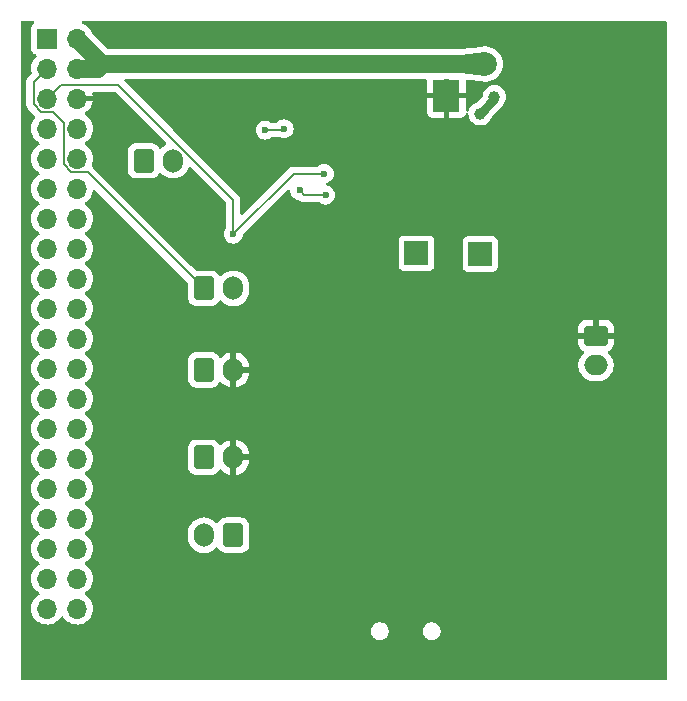
<source format=gbl>
%TF.GenerationSoftware,KiCad,Pcbnew,8.0.1*%
%TF.CreationDate,2024-04-11T19:27:17-06:00*%
%TF.ProjectId,ECE Altitude Project,45434520-416c-4746-9974-756465205072,rev?*%
%TF.SameCoordinates,Original*%
%TF.FileFunction,Copper,L2,Bot*%
%TF.FilePolarity,Positive*%
%FSLAX46Y46*%
G04 Gerber Fmt 4.6, Leading zero omitted, Abs format (unit mm)*
G04 Created by KiCad (PCBNEW 8.0.1) date 2024-04-11 19:27:17*
%MOMM*%
%LPD*%
G01*
G04 APERTURE LIST*
G04 Aperture macros list*
%AMRoundRect*
0 Rectangle with rounded corners*
0 $1 Rounding radius*
0 $2 $3 $4 $5 $6 $7 $8 $9 X,Y pos of 4 corners*
0 Add a 4 corners polygon primitive as box body*
4,1,4,$2,$3,$4,$5,$6,$7,$8,$9,$2,$3,0*
0 Add four circle primitives for the rounded corners*
1,1,$1+$1,$2,$3*
1,1,$1+$1,$4,$5*
1,1,$1+$1,$6,$7*
1,1,$1+$1,$8,$9*
0 Add four rect primitives between the rounded corners*
20,1,$1+$1,$2,$3,$4,$5,0*
20,1,$1+$1,$4,$5,$6,$7,0*
20,1,$1+$1,$6,$7,$8,$9,0*
20,1,$1+$1,$8,$9,$2,$3,0*%
G04 Aperture macros list end*
%TA.AperFunction,ComponentPad*%
%ADD10C,0.600000*%
%TD*%
%TA.AperFunction,SMDPad,CuDef*%
%ADD11R,2.300000X2.800000*%
%TD*%
%TA.AperFunction,ComponentPad*%
%ADD12R,2.000000X2.000000*%
%TD*%
%TA.AperFunction,ComponentPad*%
%ADD13RoundRect,0.250000X-0.750000X0.600000X-0.750000X-0.600000X0.750000X-0.600000X0.750000X0.600000X0*%
%TD*%
%TA.AperFunction,ComponentPad*%
%ADD14O,2.000000X1.700000*%
%TD*%
%TA.AperFunction,ComponentPad*%
%ADD15RoundRect,0.250000X0.600000X0.750000X-0.600000X0.750000X-0.600000X-0.750000X0.600000X-0.750000X0*%
%TD*%
%TA.AperFunction,ComponentPad*%
%ADD16O,1.700000X2.000000*%
%TD*%
%TA.AperFunction,ComponentPad*%
%ADD17RoundRect,0.250000X-0.600000X-0.750000X0.600000X-0.750000X0.600000X0.750000X-0.600000X0.750000X0*%
%TD*%
%TA.AperFunction,ComponentPad*%
%ADD18R,1.700000X1.700000*%
%TD*%
%TA.AperFunction,ComponentPad*%
%ADD19O,1.700000X1.700000*%
%TD*%
%TA.AperFunction,ViaPad*%
%ADD20C,2.000000*%
%TD*%
%TA.AperFunction,ViaPad*%
%ADD21C,0.600000*%
%TD*%
%TA.AperFunction,ViaPad*%
%ADD22C,1.000000*%
%TD*%
%TA.AperFunction,Conductor*%
%ADD23C,1.500000*%
%TD*%
%TA.AperFunction,Conductor*%
%ADD24C,0.200000*%
%TD*%
%TA.AperFunction,Conductor*%
%ADD25C,0.750000*%
%TD*%
G04 APERTURE END LIST*
D10*
%TO.P,U2,11,PAD*%
%TO.N,GND*%
X117440000Y-71926544D03*
X117440000Y-73426544D03*
X117940000Y-72676544D03*
D11*
X117940000Y-72676544D03*
D10*
X118440000Y-71926544D03*
X118440000Y-73426544D03*
%TD*%
D12*
%TO.P,J9,1,Pin_1*%
%TO.N,/BATT_IN_2*%
X120800000Y-86100000D03*
%TD*%
D13*
%TO.P,J7,1,Pin_1*%
%TO.N,GND*%
X130600000Y-93000000D03*
D14*
%TO.P,J7,2,Pin_2*%
%TO.N,/BATT_IN_2*%
X130600000Y-95500000D03*
%TD*%
D15*
%TO.P,J8,1,Pin_1*%
%TO.N,/SEL1*%
X99900000Y-109900000D03*
D16*
%TO.P,J8,2,Pin_2*%
%TO.N,/SEL2*%
X97400000Y-109900000D03*
%TD*%
D12*
%TO.P,J10,1,Pin_1*%
%TO.N,/BATT_IN_1*%
X115400000Y-86034044D03*
%TD*%
D17*
%TO.P,J5,1,Pin_1*%
%TO.N,VCC*%
X97400000Y-103300000D03*
D16*
%TO.P,J5,2,Pin_2*%
%TO.N,GND*%
X99900000Y-103300000D03*
%TD*%
D17*
%TO.P,J1,1,Pin_1*%
%TO.N,VCC*%
X97400000Y-95900000D03*
D16*
%TO.P,J1,2,Pin_2*%
%TO.N,GND*%
X99900000Y-95900000D03*
%TD*%
D17*
%TO.P,J3,1,Pin_1*%
%TO.N,/TXD*%
X92300000Y-78200000D03*
D16*
%TO.P,J3,2,Pin_2*%
%TO.N,/RXD*%
X94800000Y-78200000D03*
%TD*%
D17*
%TO.P,J4,1,Pin_1*%
%TO.N,/SDI{slash}SDA*%
X97400000Y-89000000D03*
D16*
%TO.P,J4,2,Pin_2*%
%TO.N,/SCK{slash}SCL*%
X99900000Y-89000000D03*
%TD*%
D18*
%TO.P,J2,1,Pin_1*%
%TO.N,3.3V*%
X84125000Y-67850000D03*
D19*
%TO.P,J2,2,Pin_2*%
%TO.N,5V*%
X86665000Y-67850000D03*
%TO.P,J2,3,Pin_3*%
%TO.N,/SDI{slash}SDA*%
X84125000Y-70390000D03*
%TO.P,J2,4,Pin_4*%
%TO.N,5V*%
X86665000Y-70390000D03*
%TO.P,J2,5,Pin_5*%
%TO.N,/SCK{slash}SCL*%
X84125000Y-72930000D03*
%TO.P,J2,6,Pin_6*%
%TO.N,GND*%
X86665000Y-72930000D03*
%TO.P,J2,7,Pin_7*%
%TO.N,unconnected-(J2-Pin_7-Pad7)*%
X84125000Y-75470000D03*
%TO.P,J2,8,Pin_8*%
%TO.N,/TXD*%
X86665000Y-75470000D03*
%TO.P,J2,9,Pin_9*%
%TO.N,unconnected-(J2-Pin_9-Pad9)*%
X84125000Y-78010000D03*
%TO.P,J2,10,Pin_10*%
%TO.N,/RXD*%
X86665000Y-78010000D03*
%TO.P,J2,11,Pin_11*%
%TO.N,unconnected-(J2-Pin_11-Pad11)*%
X84125000Y-80550000D03*
%TO.P,J2,12,Pin_12*%
%TO.N,unconnected-(J2-Pin_12-Pad12)*%
X86665000Y-80550000D03*
%TO.P,J2,13,Pin_13*%
%TO.N,unconnected-(J2-Pin_13-Pad13)*%
X84125000Y-83090000D03*
%TO.P,J2,14,Pin_14*%
%TO.N,unconnected-(J2-Pin_14-Pad14)*%
X86665000Y-83090000D03*
%TO.P,J2,15,Pin_15*%
%TO.N,unconnected-(J2-Pin_15-Pad15)*%
X84125000Y-85630000D03*
%TO.P,J2,16,Pin_16*%
%TO.N,/SEL1*%
X86665000Y-85630000D03*
%TO.P,J2,17,Pin_17*%
%TO.N,VCC*%
X84125000Y-88170000D03*
%TO.P,J2,18,Pin_18*%
%TO.N,/SEL2*%
X86665000Y-88170000D03*
%TO.P,J2,19,Pin_19*%
%TO.N,unconnected-(J2-Pin_19-Pad19)*%
X84125000Y-90710000D03*
%TO.P,J2,20,Pin_20*%
%TO.N,unconnected-(J2-Pin_20-Pad20)*%
X86665000Y-90710000D03*
%TO.P,J2,21,Pin_21*%
%TO.N,unconnected-(J2-Pin_21-Pad21)*%
X84125000Y-93250000D03*
%TO.P,J2,22,Pin_22*%
%TO.N,unconnected-(J2-Pin_22-Pad22)*%
X86665000Y-93250000D03*
%TO.P,J2,23,Pin_23*%
%TO.N,unconnected-(J2-Pin_23-Pad23)*%
X84125000Y-95790000D03*
%TO.P,J2,24,Pin_24*%
%TO.N,unconnected-(J2-Pin_24-Pad24)*%
X86665000Y-95790000D03*
%TO.P,J2,25,Pin_25*%
%TO.N,unconnected-(J2-Pin_25-Pad25)*%
X84125000Y-98330000D03*
%TO.P,J2,26,Pin_26*%
%TO.N,unconnected-(J2-Pin_26-Pad26)*%
X86665000Y-98330000D03*
%TO.P,J2,27,Pin_27*%
%TO.N,unconnected-(J2-Pin_27-Pad27)*%
X84125000Y-100870000D03*
%TO.P,J2,28,Pin_28*%
%TO.N,unconnected-(J2-Pin_28-Pad28)*%
X86665000Y-100870000D03*
%TO.P,J2,29,Pin_29*%
%TO.N,unconnected-(J2-Pin_29-Pad29)*%
X84125000Y-103410000D03*
%TO.P,J2,30,Pin_30*%
%TO.N,unconnected-(J2-Pin_30-Pad30)*%
X86665000Y-103410000D03*
%TO.P,J2,31,Pin_31*%
%TO.N,unconnected-(J2-Pin_31-Pad31)*%
X84125000Y-105950000D03*
%TO.P,J2,32,Pin_32*%
%TO.N,unconnected-(J2-Pin_32-Pad32)*%
X86665000Y-105950000D03*
%TO.P,J2,33,Pin_33*%
%TO.N,unconnected-(J2-Pin_33-Pad33)*%
X84125000Y-108490000D03*
%TO.P,J2,34,Pin_34*%
%TO.N,unconnected-(J2-Pin_34-Pad34)*%
X86665000Y-108490000D03*
%TO.P,J2,35,Pin_35*%
%TO.N,unconnected-(J2-Pin_35-Pad35)*%
X84125000Y-111030000D03*
%TO.P,J2,36,Pin_36*%
%TO.N,unconnected-(J2-Pin_36-Pad36)*%
X86665000Y-111030000D03*
%TO.P,J2,37,Pin_37*%
%TO.N,unconnected-(J2-Pin_37-Pad37)*%
X84125000Y-113570000D03*
%TO.P,J2,38,Pin_38*%
%TO.N,unconnected-(J2-Pin_38-Pad38)*%
X86665000Y-113570000D03*
%TO.P,J2,39,Pin_39*%
%TO.N,unconnected-(J2-Pin_39-Pad39)*%
X84125000Y-116110000D03*
%TO.P,J2,40,Pin_40*%
%TO.N,unconnected-(J2-Pin_40-Pad40)*%
X86665000Y-116110000D03*
%TD*%
D20*
%TO.N,5V*%
X121200000Y-70000000D03*
D21*
X115200000Y-70000000D03*
%TO.N,/SCK{slash}SCL*%
X107600000Y-79300000D03*
X99900000Y-84400000D03*
%TO.N,3.3V*%
X104200000Y-75500000D03*
X102600000Y-75600000D03*
%TO.N,/SCK_3V*%
X105500000Y-80700000D03*
X107700000Y-81100000D03*
D22*
%TO.N,/BATT_IN_1*%
X120800000Y-74200000D03*
X122000000Y-72791544D03*
%TD*%
D23*
%TO.N,5V*%
X88425000Y-70390000D02*
X88815000Y-70000000D01*
X88815000Y-70000000D02*
X86665000Y-67850000D01*
X86665000Y-70390000D02*
X88425000Y-70390000D01*
X115200000Y-70000000D02*
X88815000Y-70000000D01*
X121200000Y-70000000D02*
X115200000Y-70000000D01*
D24*
%TO.N,/SDI{slash}SDA*%
X84601346Y-74080000D02*
X85515000Y-74993654D01*
X82975000Y-71540000D02*
X82975000Y-73406346D01*
X85515000Y-74993654D02*
X85515000Y-78486346D01*
X87560000Y-79160000D02*
X97400000Y-89000000D01*
X86188654Y-79160000D02*
X87560000Y-79160000D01*
X83648654Y-74080000D02*
X84601346Y-74080000D01*
X84125000Y-70390000D02*
X82975000Y-71540000D01*
X85515000Y-78486346D02*
X86188654Y-79160000D01*
X82975000Y-73406346D02*
X83648654Y-74080000D01*
%TO.N,/SCK{slash}SCL*%
X90156346Y-71780000D02*
X85275000Y-71780000D01*
X105000000Y-79300000D02*
X99900000Y-84400000D01*
X99900000Y-81523654D02*
X90156346Y-71780000D01*
X85275000Y-71780000D02*
X84125000Y-72930000D01*
X107600000Y-79300000D02*
X105000000Y-79300000D01*
X99900000Y-84400000D02*
X99900000Y-81523654D01*
%TO.N,3.3V*%
X104200000Y-75500000D02*
X104100000Y-75600000D01*
X104100000Y-75600000D02*
X102600000Y-75600000D01*
%TO.N,/SCK_3V*%
X105900000Y-81100000D02*
X107700000Y-81100000D01*
X105500000Y-80700000D02*
X105900000Y-81100000D01*
D25*
%TO.N,/BATT_IN_1*%
X122000000Y-72791544D02*
X122000000Y-73000000D01*
X122000000Y-73000000D02*
X120800000Y-74200000D01*
%TD*%
%TA.AperFunction,Conductor*%
%TO.N,GND*%
G36*
X83001936Y-66370185D02*
G01*
X83047691Y-66422989D01*
X83057635Y-66492147D01*
X83028610Y-66555703D01*
X83009208Y-66573766D01*
X82917455Y-66642452D01*
X82917452Y-66642455D01*
X82831206Y-66757664D01*
X82831202Y-66757671D01*
X82780908Y-66892517D01*
X82774501Y-66952116D01*
X82774500Y-66952135D01*
X82774500Y-68747870D01*
X82774501Y-68747876D01*
X82780908Y-68807483D01*
X82831202Y-68942328D01*
X82831206Y-68942335D01*
X82917452Y-69057544D01*
X82917455Y-69057547D01*
X83032664Y-69143793D01*
X83032671Y-69143797D01*
X83164081Y-69192810D01*
X83220015Y-69234681D01*
X83244432Y-69300145D01*
X83229580Y-69368418D01*
X83208430Y-69396673D01*
X83086503Y-69518600D01*
X82950965Y-69712169D01*
X82950964Y-69712171D01*
X82851098Y-69926335D01*
X82851094Y-69926344D01*
X82789938Y-70154586D01*
X82789936Y-70154596D01*
X82769341Y-70389999D01*
X82769341Y-70390000D01*
X82789936Y-70625403D01*
X82789938Y-70625413D01*
X82824327Y-70753756D01*
X82822664Y-70823606D01*
X82792233Y-70873530D01*
X82606286Y-71059478D01*
X82494481Y-71171282D01*
X82494479Y-71171284D01*
X82474538Y-71205823D01*
X82466110Y-71220423D01*
X82415423Y-71308215D01*
X82374499Y-71460943D01*
X82374499Y-71460945D01*
X82374499Y-71629046D01*
X82374500Y-71629059D01*
X82374500Y-73319676D01*
X82374499Y-73319694D01*
X82374499Y-73485402D01*
X82407303Y-73607830D01*
X82415423Y-73638131D01*
X82417349Y-73641467D01*
X82417591Y-73641885D01*
X82417596Y-73641904D01*
X82417600Y-73641902D01*
X82494475Y-73775055D01*
X82494481Y-73775063D01*
X82613349Y-73893931D01*
X82613355Y-73893936D01*
X83114579Y-74395160D01*
X83148064Y-74456483D01*
X83143080Y-74526175D01*
X83114582Y-74570519D01*
X83086506Y-74598596D01*
X82950965Y-74792169D01*
X82950964Y-74792171D01*
X82851098Y-75006335D01*
X82851094Y-75006344D01*
X82789938Y-75234586D01*
X82789936Y-75234596D01*
X82769341Y-75469999D01*
X82769341Y-75470000D01*
X82789936Y-75705403D01*
X82789938Y-75705413D01*
X82851094Y-75933655D01*
X82851096Y-75933659D01*
X82851097Y-75933663D01*
X82929716Y-76102262D01*
X82950965Y-76147830D01*
X82950967Y-76147834D01*
X83086501Y-76341395D01*
X83086506Y-76341402D01*
X83253597Y-76508493D01*
X83253603Y-76508498D01*
X83439158Y-76638425D01*
X83482783Y-76693002D01*
X83489977Y-76762500D01*
X83458454Y-76824855D01*
X83439158Y-76841575D01*
X83253597Y-76971505D01*
X83086505Y-77138597D01*
X82950965Y-77332169D01*
X82950964Y-77332171D01*
X82851098Y-77546335D01*
X82851094Y-77546344D01*
X82789938Y-77774586D01*
X82789936Y-77774596D01*
X82769341Y-78009999D01*
X82769341Y-78010000D01*
X82789936Y-78245403D01*
X82789938Y-78245413D01*
X82851094Y-78473655D01*
X82851096Y-78473659D01*
X82851097Y-78473663D01*
X82950965Y-78687830D01*
X82950967Y-78687834D01*
X83086501Y-78881395D01*
X83086506Y-78881402D01*
X83253597Y-79048493D01*
X83253603Y-79048498D01*
X83439158Y-79178425D01*
X83482783Y-79233002D01*
X83489977Y-79302500D01*
X83458454Y-79364855D01*
X83439158Y-79381575D01*
X83253597Y-79511505D01*
X83086505Y-79678597D01*
X82950965Y-79872169D01*
X82950964Y-79872171D01*
X82851098Y-80086335D01*
X82851094Y-80086344D01*
X82789938Y-80314586D01*
X82789936Y-80314596D01*
X82769341Y-80549999D01*
X82769341Y-80550000D01*
X82789936Y-80785403D01*
X82789938Y-80785413D01*
X82851094Y-81013655D01*
X82851096Y-81013659D01*
X82851097Y-81013663D01*
X82867819Y-81049523D01*
X82950965Y-81227830D01*
X82950967Y-81227834D01*
X83022376Y-81329816D01*
X83086501Y-81421396D01*
X83086506Y-81421402D01*
X83253597Y-81588493D01*
X83253603Y-81588498D01*
X83439158Y-81718425D01*
X83482783Y-81773002D01*
X83489977Y-81842500D01*
X83458454Y-81904855D01*
X83439158Y-81921575D01*
X83253597Y-82051505D01*
X83086505Y-82218597D01*
X82950965Y-82412169D01*
X82950964Y-82412171D01*
X82851098Y-82626335D01*
X82851094Y-82626344D01*
X82789938Y-82854586D01*
X82789936Y-82854596D01*
X82769341Y-83089999D01*
X82769341Y-83090000D01*
X82789936Y-83325403D01*
X82789938Y-83325413D01*
X82851094Y-83553655D01*
X82851096Y-83553659D01*
X82851097Y-83553663D01*
X82855000Y-83562032D01*
X82950965Y-83767830D01*
X82950967Y-83767834D01*
X83039938Y-83894896D01*
X83086501Y-83961396D01*
X83086506Y-83961402D01*
X83253597Y-84128493D01*
X83253603Y-84128498D01*
X83439158Y-84258425D01*
X83482783Y-84313002D01*
X83489977Y-84382500D01*
X83458454Y-84444855D01*
X83439158Y-84461575D01*
X83253597Y-84591505D01*
X83086505Y-84758597D01*
X82950965Y-84952169D01*
X82950964Y-84952171D01*
X82851098Y-85166335D01*
X82851094Y-85166344D01*
X82789938Y-85394586D01*
X82789936Y-85394596D01*
X82769341Y-85629999D01*
X82769341Y-85630000D01*
X82789936Y-85865403D01*
X82789938Y-85865413D01*
X82851094Y-86093655D01*
X82851096Y-86093659D01*
X82851097Y-86093663D01*
X82855000Y-86102032D01*
X82950965Y-86307830D01*
X82950967Y-86307834D01*
X83059281Y-86462521D01*
X83086501Y-86501396D01*
X83086506Y-86501402D01*
X83253597Y-86668493D01*
X83253603Y-86668498D01*
X83439158Y-86798425D01*
X83482783Y-86853002D01*
X83489977Y-86922500D01*
X83458454Y-86984855D01*
X83439158Y-87001575D01*
X83253597Y-87131505D01*
X83086505Y-87298597D01*
X82950965Y-87492169D01*
X82950964Y-87492171D01*
X82851098Y-87706335D01*
X82851094Y-87706344D01*
X82789938Y-87934586D01*
X82789936Y-87934596D01*
X82769341Y-88169999D01*
X82769341Y-88170000D01*
X82789936Y-88405403D01*
X82789938Y-88405413D01*
X82851094Y-88633655D01*
X82851096Y-88633659D01*
X82851097Y-88633663D01*
X82931004Y-88805023D01*
X82950965Y-88847830D01*
X82950967Y-88847834D01*
X83059281Y-89002521D01*
X83086501Y-89041396D01*
X83086506Y-89041402D01*
X83253597Y-89208493D01*
X83253603Y-89208498D01*
X83439158Y-89338425D01*
X83482783Y-89393002D01*
X83489977Y-89462500D01*
X83458454Y-89524855D01*
X83439158Y-89541575D01*
X83253597Y-89671505D01*
X83086505Y-89838597D01*
X82950965Y-90032169D01*
X82950964Y-90032171D01*
X82851098Y-90246335D01*
X82851094Y-90246344D01*
X82789938Y-90474586D01*
X82789936Y-90474596D01*
X82769341Y-90709999D01*
X82769341Y-90710000D01*
X82789936Y-90945403D01*
X82789938Y-90945413D01*
X82851094Y-91173655D01*
X82851096Y-91173659D01*
X82851097Y-91173663D01*
X82855000Y-91182032D01*
X82950965Y-91387830D01*
X82950967Y-91387834D01*
X83059281Y-91542521D01*
X83086501Y-91581396D01*
X83086506Y-91581402D01*
X83253597Y-91748493D01*
X83253603Y-91748498D01*
X83439158Y-91878425D01*
X83482783Y-91933002D01*
X83489977Y-92002500D01*
X83458454Y-92064855D01*
X83439158Y-92081575D01*
X83253597Y-92211505D01*
X83086505Y-92378597D01*
X82950965Y-92572169D01*
X82950964Y-92572171D01*
X82851098Y-92786335D01*
X82851094Y-92786344D01*
X82789938Y-93014586D01*
X82789936Y-93014596D01*
X82769341Y-93249999D01*
X82769341Y-93250000D01*
X82789936Y-93485403D01*
X82789938Y-93485413D01*
X82851094Y-93713655D01*
X82851096Y-93713659D01*
X82851097Y-93713663D01*
X82855000Y-93722032D01*
X82950965Y-93927830D01*
X82950967Y-93927834D01*
X83049355Y-94068345D01*
X83086501Y-94121396D01*
X83086506Y-94121402D01*
X83253597Y-94288493D01*
X83253603Y-94288498D01*
X83439158Y-94418425D01*
X83482783Y-94473002D01*
X83489977Y-94542500D01*
X83458454Y-94604855D01*
X83439158Y-94621575D01*
X83253597Y-94751505D01*
X83086505Y-94918597D01*
X82950965Y-95112169D01*
X82950964Y-95112171D01*
X82851098Y-95326335D01*
X82851094Y-95326344D01*
X82789938Y-95554586D01*
X82789936Y-95554596D01*
X82769341Y-95789999D01*
X82769341Y-95790000D01*
X82789936Y-96025403D01*
X82789938Y-96025413D01*
X82851094Y-96253655D01*
X82851096Y-96253659D01*
X82851097Y-96253663D01*
X82909912Y-96379792D01*
X82950965Y-96467830D01*
X82950967Y-96467834D01*
X82994573Y-96530109D01*
X83086501Y-96661396D01*
X83086506Y-96661402D01*
X83253597Y-96828493D01*
X83253603Y-96828498D01*
X83439158Y-96958425D01*
X83482783Y-97013002D01*
X83489977Y-97082500D01*
X83458454Y-97144855D01*
X83439158Y-97161575D01*
X83253597Y-97291505D01*
X83086505Y-97458597D01*
X82950965Y-97652169D01*
X82950964Y-97652171D01*
X82851098Y-97866335D01*
X82851094Y-97866344D01*
X82789938Y-98094586D01*
X82789936Y-98094596D01*
X82769341Y-98329999D01*
X82769341Y-98330000D01*
X82789936Y-98565403D01*
X82789938Y-98565413D01*
X82851094Y-98793655D01*
X82851096Y-98793659D01*
X82851097Y-98793663D01*
X82855000Y-98802032D01*
X82950965Y-99007830D01*
X82950967Y-99007834D01*
X83059281Y-99162521D01*
X83086501Y-99201396D01*
X83086506Y-99201402D01*
X83253597Y-99368493D01*
X83253603Y-99368498D01*
X83439158Y-99498425D01*
X83482783Y-99553002D01*
X83489977Y-99622500D01*
X83458454Y-99684855D01*
X83439158Y-99701575D01*
X83253597Y-99831505D01*
X83086505Y-99998597D01*
X82950965Y-100192169D01*
X82950964Y-100192171D01*
X82851098Y-100406335D01*
X82851094Y-100406344D01*
X82789938Y-100634586D01*
X82789936Y-100634596D01*
X82769341Y-100869999D01*
X82769341Y-100870000D01*
X82789936Y-101105403D01*
X82789938Y-101105413D01*
X82851094Y-101333655D01*
X82851096Y-101333659D01*
X82851097Y-101333663D01*
X82855000Y-101342032D01*
X82950965Y-101547830D01*
X82950967Y-101547834D01*
X83059281Y-101702521D01*
X83086501Y-101741396D01*
X83086506Y-101741402D01*
X83253597Y-101908493D01*
X83253603Y-101908498D01*
X83439158Y-102038425D01*
X83482783Y-102093002D01*
X83489977Y-102162500D01*
X83458454Y-102224855D01*
X83439158Y-102241575D01*
X83253597Y-102371505D01*
X83086505Y-102538597D01*
X82950965Y-102732169D01*
X82950964Y-102732171D01*
X82851098Y-102946335D01*
X82851094Y-102946344D01*
X82789938Y-103174586D01*
X82789936Y-103174596D01*
X82769341Y-103409999D01*
X82769341Y-103410000D01*
X82789936Y-103645403D01*
X82789938Y-103645413D01*
X82851094Y-103873655D01*
X82851096Y-103873659D01*
X82851097Y-103873663D01*
X82931004Y-104045023D01*
X82950965Y-104087830D01*
X82950967Y-104087834D01*
X82999788Y-104157557D01*
X83086501Y-104281396D01*
X83086506Y-104281402D01*
X83253597Y-104448493D01*
X83253603Y-104448498D01*
X83439158Y-104578425D01*
X83482783Y-104633002D01*
X83489977Y-104702500D01*
X83458454Y-104764855D01*
X83439158Y-104781575D01*
X83253597Y-104911505D01*
X83086505Y-105078597D01*
X82950965Y-105272169D01*
X82950964Y-105272171D01*
X82851098Y-105486335D01*
X82851094Y-105486344D01*
X82789938Y-105714586D01*
X82789936Y-105714596D01*
X82769341Y-105949999D01*
X82769341Y-105950000D01*
X82789936Y-106185403D01*
X82789938Y-106185413D01*
X82851094Y-106413655D01*
X82851096Y-106413659D01*
X82851097Y-106413663D01*
X82855000Y-106422032D01*
X82950965Y-106627830D01*
X82950967Y-106627834D01*
X83059281Y-106782521D01*
X83086501Y-106821396D01*
X83086506Y-106821402D01*
X83253597Y-106988493D01*
X83253603Y-106988498D01*
X83439158Y-107118425D01*
X83482783Y-107173002D01*
X83489977Y-107242500D01*
X83458454Y-107304855D01*
X83439158Y-107321575D01*
X83253597Y-107451505D01*
X83086505Y-107618597D01*
X82950965Y-107812169D01*
X82950964Y-107812171D01*
X82851098Y-108026335D01*
X82851094Y-108026344D01*
X82789938Y-108254586D01*
X82789936Y-108254596D01*
X82769341Y-108489999D01*
X82769341Y-108490000D01*
X82789936Y-108725403D01*
X82789938Y-108725413D01*
X82851094Y-108953655D01*
X82851096Y-108953659D01*
X82851097Y-108953663D01*
X82919332Y-109099992D01*
X82950965Y-109167830D01*
X82950967Y-109167834D01*
X83059281Y-109322521D01*
X83086501Y-109361396D01*
X83086506Y-109361402D01*
X83253597Y-109528493D01*
X83253603Y-109528498D01*
X83439158Y-109658425D01*
X83482783Y-109713002D01*
X83489977Y-109782500D01*
X83458454Y-109844855D01*
X83439158Y-109861575D01*
X83253597Y-109991505D01*
X83086505Y-110158597D01*
X82950965Y-110352169D01*
X82950964Y-110352171D01*
X82851098Y-110566335D01*
X82851094Y-110566344D01*
X82789938Y-110794586D01*
X82789936Y-110794596D01*
X82769341Y-111029999D01*
X82769341Y-111030000D01*
X82789936Y-111265403D01*
X82789938Y-111265413D01*
X82851094Y-111493655D01*
X82851096Y-111493659D01*
X82851097Y-111493663D01*
X82855000Y-111502032D01*
X82950965Y-111707830D01*
X82950967Y-111707834D01*
X83059281Y-111862521D01*
X83086501Y-111901396D01*
X83086506Y-111901402D01*
X83253597Y-112068493D01*
X83253603Y-112068498D01*
X83439158Y-112198425D01*
X83482783Y-112253002D01*
X83489977Y-112322500D01*
X83458454Y-112384855D01*
X83439158Y-112401575D01*
X83253597Y-112531505D01*
X83086505Y-112698597D01*
X82950965Y-112892169D01*
X82950964Y-112892171D01*
X82851098Y-113106335D01*
X82851094Y-113106344D01*
X82789938Y-113334586D01*
X82789936Y-113334596D01*
X82769341Y-113569999D01*
X82769341Y-113570000D01*
X82789936Y-113805403D01*
X82789938Y-113805413D01*
X82851094Y-114033655D01*
X82851096Y-114033659D01*
X82851097Y-114033663D01*
X82855000Y-114042032D01*
X82950965Y-114247830D01*
X82950967Y-114247834D01*
X83059281Y-114402521D01*
X83086501Y-114441396D01*
X83086506Y-114441402D01*
X83253597Y-114608493D01*
X83253603Y-114608498D01*
X83439158Y-114738425D01*
X83482783Y-114793002D01*
X83489977Y-114862500D01*
X83458454Y-114924855D01*
X83439158Y-114941575D01*
X83253597Y-115071505D01*
X83086505Y-115238597D01*
X82950965Y-115432169D01*
X82950964Y-115432171D01*
X82851098Y-115646335D01*
X82851094Y-115646344D01*
X82789938Y-115874586D01*
X82789936Y-115874596D01*
X82769341Y-116109999D01*
X82769341Y-116110000D01*
X82789936Y-116345403D01*
X82789938Y-116345413D01*
X82851094Y-116573655D01*
X82851096Y-116573659D01*
X82851097Y-116573663D01*
X82855000Y-116582032D01*
X82950965Y-116787830D01*
X82950967Y-116787834D01*
X83059281Y-116942521D01*
X83086505Y-116981401D01*
X83253599Y-117148495D01*
X83350384Y-117216265D01*
X83447165Y-117284032D01*
X83447167Y-117284033D01*
X83447170Y-117284035D01*
X83661337Y-117383903D01*
X83889592Y-117445063D01*
X84077918Y-117461539D01*
X84124999Y-117465659D01*
X84125000Y-117465659D01*
X84125001Y-117465659D01*
X84164234Y-117462226D01*
X84360408Y-117445063D01*
X84588663Y-117383903D01*
X84802830Y-117284035D01*
X84996401Y-117148495D01*
X85163495Y-116981401D01*
X85293425Y-116795842D01*
X85348002Y-116752217D01*
X85417500Y-116745023D01*
X85479855Y-116776546D01*
X85496575Y-116795842D01*
X85626500Y-116981395D01*
X85626505Y-116981401D01*
X85793599Y-117148495D01*
X85890384Y-117216265D01*
X85987165Y-117284032D01*
X85987167Y-117284033D01*
X85987170Y-117284035D01*
X86201337Y-117383903D01*
X86429592Y-117445063D01*
X86617918Y-117461539D01*
X86664999Y-117465659D01*
X86665000Y-117465659D01*
X86665001Y-117465659D01*
X86704234Y-117462226D01*
X86900408Y-117445063D01*
X87128663Y-117383903D01*
X87342830Y-117284035D01*
X87536401Y-117148495D01*
X87703495Y-116981401D01*
X87839035Y-116787830D01*
X87938903Y-116573663D01*
X88000063Y-116345408D01*
X88020659Y-116110000D01*
X88000063Y-115874592D01*
X87938903Y-115646337D01*
X87839035Y-115432171D01*
X87833425Y-115424158D01*
X87703494Y-115238597D01*
X87536402Y-115071506D01*
X87536396Y-115071501D01*
X87350842Y-114941575D01*
X87307217Y-114886998D01*
X87300023Y-114817500D01*
X87331546Y-114755145D01*
X87350842Y-114738425D01*
X87373026Y-114722891D01*
X87536401Y-114608495D01*
X87703495Y-114441401D01*
X87839035Y-114247830D01*
X87938903Y-114033663D01*
X88000063Y-113805408D01*
X88020659Y-113570000D01*
X88000063Y-113334592D01*
X87938903Y-113106337D01*
X87839035Y-112892171D01*
X87833425Y-112884158D01*
X87703494Y-112698597D01*
X87536402Y-112531506D01*
X87536396Y-112531501D01*
X87350842Y-112401575D01*
X87307217Y-112346998D01*
X87300023Y-112277500D01*
X87331546Y-112215145D01*
X87350842Y-112198425D01*
X87373026Y-112182891D01*
X87536401Y-112068495D01*
X87703495Y-111901401D01*
X87839035Y-111707830D01*
X87938903Y-111493663D01*
X88000063Y-111265408D01*
X88020659Y-111030000D01*
X88000063Y-110794592D01*
X87938903Y-110566337D01*
X87839035Y-110352171D01*
X87833425Y-110344158D01*
X87703494Y-110158597D01*
X87701184Y-110156287D01*
X96049500Y-110156287D01*
X96082754Y-110366243D01*
X96145049Y-110557967D01*
X96148444Y-110568414D01*
X96244951Y-110757820D01*
X96369890Y-110929786D01*
X96520213Y-111080109D01*
X96692179Y-111205048D01*
X96692181Y-111205049D01*
X96692184Y-111205051D01*
X96881588Y-111301557D01*
X97083757Y-111367246D01*
X97293713Y-111400500D01*
X97293714Y-111400500D01*
X97506286Y-111400500D01*
X97506287Y-111400500D01*
X97716243Y-111367246D01*
X97918412Y-111301557D01*
X98107816Y-111205051D01*
X98279792Y-111080104D01*
X98418604Y-110941291D01*
X98479923Y-110907809D01*
X98549615Y-110912793D01*
X98605549Y-110954664D01*
X98611821Y-110963878D01*
X98615185Y-110969333D01*
X98615186Y-110969334D01*
X98707288Y-111118656D01*
X98831344Y-111242712D01*
X98980666Y-111334814D01*
X99147203Y-111389999D01*
X99249991Y-111400500D01*
X100550008Y-111400499D01*
X100652797Y-111389999D01*
X100819334Y-111334814D01*
X100968656Y-111242712D01*
X101092712Y-111118656D01*
X101184814Y-110969334D01*
X101239999Y-110802797D01*
X101250500Y-110700009D01*
X101250499Y-109099992D01*
X101239999Y-108997203D01*
X101184814Y-108830666D01*
X101092712Y-108681344D01*
X100968656Y-108557288D01*
X100819334Y-108465186D01*
X100652797Y-108410001D01*
X100652795Y-108410000D01*
X100550010Y-108399500D01*
X99249998Y-108399500D01*
X99249981Y-108399501D01*
X99147203Y-108410000D01*
X99147200Y-108410001D01*
X98980668Y-108465185D01*
X98980663Y-108465187D01*
X98831342Y-108557289D01*
X98707289Y-108681342D01*
X98611821Y-108836121D01*
X98559873Y-108882845D01*
X98490910Y-108894068D01*
X98426828Y-108866224D01*
X98418601Y-108858705D01*
X98279786Y-108719890D01*
X98107820Y-108594951D01*
X97918414Y-108498444D01*
X97918413Y-108498443D01*
X97918412Y-108498443D01*
X97716243Y-108432754D01*
X97716241Y-108432753D01*
X97716240Y-108432753D01*
X97554957Y-108407208D01*
X97506287Y-108399500D01*
X97293713Y-108399500D01*
X97245042Y-108407208D01*
X97083760Y-108432753D01*
X96881585Y-108498444D01*
X96692179Y-108594951D01*
X96520213Y-108719890D01*
X96369890Y-108870213D01*
X96244951Y-109042179D01*
X96148444Y-109231585D01*
X96082753Y-109433760D01*
X96067749Y-109528493D01*
X96049500Y-109643713D01*
X96049500Y-110156287D01*
X87701184Y-110156287D01*
X87536402Y-109991506D01*
X87536396Y-109991501D01*
X87350842Y-109861575D01*
X87307217Y-109806998D01*
X87300023Y-109737500D01*
X87331546Y-109675145D01*
X87350842Y-109658425D01*
X87373026Y-109642891D01*
X87536401Y-109528495D01*
X87703495Y-109361401D01*
X87839035Y-109167830D01*
X87938903Y-108953663D01*
X88000063Y-108725408D01*
X88020659Y-108490000D01*
X88000063Y-108254592D01*
X87938903Y-108026337D01*
X87839035Y-107812171D01*
X87833425Y-107804158D01*
X87703494Y-107618597D01*
X87536402Y-107451506D01*
X87536396Y-107451501D01*
X87350842Y-107321575D01*
X87307217Y-107266998D01*
X87300023Y-107197500D01*
X87331546Y-107135145D01*
X87350842Y-107118425D01*
X87373026Y-107102891D01*
X87536401Y-106988495D01*
X87703495Y-106821401D01*
X87839035Y-106627830D01*
X87938903Y-106413663D01*
X88000063Y-106185408D01*
X88020659Y-105950000D01*
X88000063Y-105714592D01*
X87938903Y-105486337D01*
X87839035Y-105272171D01*
X87833425Y-105264158D01*
X87703494Y-105078597D01*
X87536402Y-104911506D01*
X87536396Y-104911501D01*
X87350842Y-104781575D01*
X87307217Y-104726998D01*
X87300023Y-104657500D01*
X87331546Y-104595145D01*
X87350842Y-104578425D01*
X87491797Y-104479727D01*
X87536401Y-104448495D01*
X87703495Y-104281401D01*
X87830513Y-104100001D01*
X96049500Y-104100001D01*
X96049501Y-104100018D01*
X96060000Y-104202796D01*
X96060001Y-104202799D01*
X96086048Y-104281402D01*
X96115186Y-104369334D01*
X96207288Y-104518656D01*
X96331344Y-104642712D01*
X96480666Y-104734814D01*
X96647203Y-104789999D01*
X96749991Y-104800500D01*
X98050008Y-104800499D01*
X98152797Y-104789999D01*
X98319334Y-104734814D01*
X98468656Y-104642712D01*
X98592712Y-104518656D01*
X98684814Y-104369334D01*
X98684814Y-104369331D01*
X98688448Y-104363441D01*
X98740395Y-104316716D01*
X98809358Y-104305493D01*
X98873440Y-104333336D01*
X98881668Y-104340856D01*
X99020535Y-104479723D01*
X99020540Y-104479727D01*
X99192442Y-104604620D01*
X99381782Y-104701095D01*
X99583871Y-104766757D01*
X99650000Y-104777231D01*
X99650000Y-103733012D01*
X99707007Y-103765925D01*
X99834174Y-103800000D01*
X99965826Y-103800000D01*
X100092993Y-103765925D01*
X100150000Y-103733012D01*
X100150000Y-104777230D01*
X100216126Y-104766757D01*
X100216129Y-104766757D01*
X100418217Y-104701095D01*
X100607557Y-104604620D01*
X100779459Y-104479727D01*
X100779464Y-104479723D01*
X100929723Y-104329464D01*
X100929727Y-104329459D01*
X101054620Y-104157557D01*
X101151095Y-103968217D01*
X101216757Y-103766130D01*
X101216757Y-103766127D01*
X101250000Y-103556246D01*
X101250000Y-103550000D01*
X100333012Y-103550000D01*
X100365925Y-103492993D01*
X100400000Y-103365826D01*
X100400000Y-103234174D01*
X100365925Y-103107007D01*
X100333012Y-103050000D01*
X101250000Y-103050000D01*
X101250000Y-103043753D01*
X101216757Y-102833872D01*
X101216757Y-102833869D01*
X101151095Y-102631782D01*
X101054620Y-102442442D01*
X100929727Y-102270540D01*
X100929723Y-102270535D01*
X100779464Y-102120276D01*
X100779459Y-102120272D01*
X100607557Y-101995379D01*
X100418215Y-101898903D01*
X100216124Y-101833241D01*
X100150000Y-101822768D01*
X100150000Y-102866988D01*
X100092993Y-102834075D01*
X99965826Y-102800000D01*
X99834174Y-102800000D01*
X99707007Y-102834075D01*
X99650000Y-102866988D01*
X99650000Y-101822768D01*
X99649999Y-101822768D01*
X99583875Y-101833241D01*
X99381784Y-101898903D01*
X99192442Y-101995379D01*
X99020541Y-102120271D01*
X98881668Y-102259144D01*
X98820345Y-102292628D01*
X98750653Y-102287644D01*
X98694720Y-102245772D01*
X98688448Y-102236558D01*
X98657879Y-102186998D01*
X98592712Y-102081344D01*
X98468656Y-101957288D01*
X98319334Y-101865186D01*
X98152797Y-101810001D01*
X98152795Y-101810000D01*
X98050010Y-101799500D01*
X96749998Y-101799500D01*
X96749981Y-101799501D01*
X96647203Y-101810000D01*
X96647200Y-101810001D01*
X96480668Y-101865185D01*
X96480663Y-101865187D01*
X96331342Y-101957289D01*
X96207289Y-102081342D01*
X96115187Y-102230663D01*
X96115185Y-102230668D01*
X96111571Y-102241575D01*
X96060001Y-102397203D01*
X96060001Y-102397204D01*
X96060000Y-102397204D01*
X96049500Y-102499983D01*
X96049500Y-104100001D01*
X87830513Y-104100001D01*
X87839035Y-104087830D01*
X87938903Y-103873663D01*
X88000063Y-103645408D01*
X88020659Y-103410000D01*
X88000063Y-103174592D01*
X87938903Y-102946337D01*
X87839035Y-102732171D01*
X87833425Y-102724158D01*
X87703494Y-102538597D01*
X87536402Y-102371506D01*
X87536396Y-102371501D01*
X87350842Y-102241575D01*
X87307217Y-102186998D01*
X87300023Y-102117500D01*
X87331546Y-102055145D01*
X87350842Y-102038425D01*
X87466717Y-101957288D01*
X87536401Y-101908495D01*
X87703495Y-101741401D01*
X87839035Y-101547830D01*
X87938903Y-101333663D01*
X88000063Y-101105408D01*
X88020659Y-100870000D01*
X88000063Y-100634592D01*
X87938903Y-100406337D01*
X87839035Y-100192171D01*
X87833425Y-100184158D01*
X87703494Y-99998597D01*
X87536402Y-99831506D01*
X87536396Y-99831501D01*
X87350842Y-99701575D01*
X87307217Y-99646998D01*
X87300023Y-99577500D01*
X87331546Y-99515145D01*
X87350842Y-99498425D01*
X87373026Y-99482891D01*
X87536401Y-99368495D01*
X87703495Y-99201401D01*
X87839035Y-99007830D01*
X87938903Y-98793663D01*
X88000063Y-98565408D01*
X88020659Y-98330000D01*
X88000063Y-98094592D01*
X87938903Y-97866337D01*
X87839035Y-97652171D01*
X87833425Y-97644158D01*
X87703494Y-97458597D01*
X87536402Y-97291506D01*
X87536396Y-97291501D01*
X87350842Y-97161575D01*
X87307217Y-97106998D01*
X87300023Y-97037500D01*
X87331546Y-96975145D01*
X87350842Y-96958425D01*
X87410408Y-96916716D01*
X87536401Y-96828495D01*
X87664895Y-96700001D01*
X96049500Y-96700001D01*
X96049501Y-96700018D01*
X96060000Y-96802796D01*
X96060001Y-96802799D01*
X96068516Y-96828495D01*
X96115186Y-96969334D01*
X96207288Y-97118656D01*
X96331344Y-97242712D01*
X96480666Y-97334814D01*
X96647203Y-97389999D01*
X96749991Y-97400500D01*
X98050008Y-97400499D01*
X98152797Y-97389999D01*
X98319334Y-97334814D01*
X98468656Y-97242712D01*
X98592712Y-97118656D01*
X98684814Y-96969334D01*
X98684814Y-96969331D01*
X98688448Y-96963441D01*
X98740395Y-96916716D01*
X98809358Y-96905493D01*
X98873440Y-96933336D01*
X98881668Y-96940856D01*
X99020535Y-97079723D01*
X99020540Y-97079727D01*
X99192442Y-97204620D01*
X99381782Y-97301095D01*
X99583871Y-97366757D01*
X99650000Y-97377231D01*
X99650000Y-96333012D01*
X99707007Y-96365925D01*
X99834174Y-96400000D01*
X99965826Y-96400000D01*
X100092993Y-96365925D01*
X100150000Y-96333012D01*
X100150000Y-97377230D01*
X100216126Y-97366757D01*
X100216129Y-97366757D01*
X100418217Y-97301095D01*
X100607557Y-97204620D01*
X100779459Y-97079727D01*
X100779464Y-97079723D01*
X100929723Y-96929464D01*
X100929727Y-96929459D01*
X101054620Y-96757557D01*
X101151095Y-96568217D01*
X101216757Y-96366130D01*
X101216757Y-96366127D01*
X101250000Y-96156246D01*
X101250000Y-96150000D01*
X100333012Y-96150000D01*
X100365925Y-96092993D01*
X100400000Y-95965826D01*
X100400000Y-95834174D01*
X100365925Y-95707007D01*
X100333012Y-95650000D01*
X101250000Y-95650000D01*
X101250000Y-95643753D01*
X101244066Y-95606286D01*
X129099500Y-95606286D01*
X129132753Y-95816239D01*
X129198444Y-96018414D01*
X129294951Y-96207820D01*
X129419890Y-96379786D01*
X129570213Y-96530109D01*
X129742179Y-96655048D01*
X129742181Y-96655049D01*
X129742184Y-96655051D01*
X129931588Y-96751557D01*
X130133757Y-96817246D01*
X130343713Y-96850500D01*
X130343714Y-96850500D01*
X130856286Y-96850500D01*
X130856287Y-96850500D01*
X131066243Y-96817246D01*
X131268412Y-96751557D01*
X131457816Y-96655051D01*
X131577334Y-96568217D01*
X131629786Y-96530109D01*
X131629788Y-96530106D01*
X131629792Y-96530104D01*
X131780104Y-96379792D01*
X131780106Y-96379788D01*
X131780109Y-96379786D01*
X131905048Y-96207820D01*
X131905047Y-96207820D01*
X131905051Y-96207816D01*
X132001557Y-96018412D01*
X132067246Y-95816243D01*
X132100500Y-95606287D01*
X132100500Y-95393713D01*
X132067246Y-95183757D01*
X132001557Y-94981588D01*
X131905051Y-94792184D01*
X131905049Y-94792181D01*
X131905048Y-94792179D01*
X131780109Y-94620213D01*
X131640931Y-94481035D01*
X131607446Y-94419712D01*
X131612430Y-94350020D01*
X131654302Y-94294087D01*
X131663516Y-94287815D01*
X131818343Y-94192317D01*
X131942315Y-94068345D01*
X132034356Y-93919124D01*
X132034358Y-93919119D01*
X132089505Y-93752697D01*
X132089506Y-93752690D01*
X132099999Y-93649986D01*
X132100000Y-93649973D01*
X132100000Y-93250000D01*
X131033012Y-93250000D01*
X131065925Y-93192993D01*
X131100000Y-93065826D01*
X131100000Y-92934174D01*
X131065925Y-92807007D01*
X131033012Y-92750000D01*
X132099999Y-92750000D01*
X132099999Y-92350028D01*
X132099998Y-92350013D01*
X132089505Y-92247302D01*
X132034358Y-92080880D01*
X132034356Y-92080875D01*
X131942315Y-91931654D01*
X131818345Y-91807684D01*
X131669124Y-91715643D01*
X131669119Y-91715641D01*
X131502697Y-91660494D01*
X131502690Y-91660493D01*
X131399986Y-91650000D01*
X130850000Y-91650000D01*
X130850000Y-92566988D01*
X130792993Y-92534075D01*
X130665826Y-92500000D01*
X130534174Y-92500000D01*
X130407007Y-92534075D01*
X130350000Y-92566988D01*
X130350000Y-91650000D01*
X129800028Y-91650000D01*
X129800012Y-91650001D01*
X129697302Y-91660494D01*
X129530880Y-91715641D01*
X129530875Y-91715643D01*
X129381654Y-91807684D01*
X129257684Y-91931654D01*
X129165643Y-92080875D01*
X129165641Y-92080880D01*
X129110494Y-92247302D01*
X129110493Y-92247309D01*
X129100000Y-92350013D01*
X129100000Y-92750000D01*
X130166988Y-92750000D01*
X130134075Y-92807007D01*
X130100000Y-92934174D01*
X130100000Y-93065826D01*
X130134075Y-93192993D01*
X130166988Y-93250000D01*
X129100001Y-93250000D01*
X129100001Y-93649986D01*
X129110494Y-93752697D01*
X129165641Y-93919119D01*
X129165643Y-93919124D01*
X129257684Y-94068345D01*
X129381654Y-94192315D01*
X129536484Y-94287815D01*
X129583208Y-94339763D01*
X129594431Y-94408726D01*
X129566587Y-94472808D01*
X129559069Y-94481035D01*
X129419889Y-94620215D01*
X129294951Y-94792179D01*
X129198444Y-94981585D01*
X129132753Y-95183760D01*
X129099500Y-95393713D01*
X129099500Y-95606286D01*
X101244066Y-95606286D01*
X101216757Y-95433872D01*
X101216757Y-95433869D01*
X101151095Y-95231782D01*
X101054620Y-95042442D01*
X100929727Y-94870540D01*
X100929723Y-94870535D01*
X100779464Y-94720276D01*
X100779459Y-94720272D01*
X100607557Y-94595379D01*
X100418215Y-94498903D01*
X100216124Y-94433241D01*
X100150000Y-94422768D01*
X100150000Y-95466988D01*
X100092993Y-95434075D01*
X99965826Y-95400000D01*
X99834174Y-95400000D01*
X99707007Y-95434075D01*
X99650000Y-95466988D01*
X99650000Y-94422768D01*
X99649999Y-94422768D01*
X99583875Y-94433241D01*
X99381784Y-94498903D01*
X99192442Y-94595379D01*
X99020541Y-94720271D01*
X98881668Y-94859144D01*
X98820345Y-94892628D01*
X98750653Y-94887644D01*
X98694720Y-94845772D01*
X98688448Y-94836558D01*
X98592712Y-94681344D01*
X98468657Y-94557289D01*
X98468656Y-94557288D01*
X98371724Y-94497500D01*
X98319336Y-94465187D01*
X98319331Y-94465185D01*
X98317862Y-94464698D01*
X98152797Y-94410001D01*
X98152795Y-94410000D01*
X98050010Y-94399500D01*
X96749998Y-94399500D01*
X96749981Y-94399501D01*
X96647203Y-94410000D01*
X96647200Y-94410001D01*
X96480668Y-94465185D01*
X96480663Y-94465187D01*
X96331342Y-94557289D01*
X96207289Y-94681342D01*
X96115187Y-94830663D01*
X96115185Y-94830668D01*
X96110180Y-94845772D01*
X96060001Y-94997203D01*
X96060001Y-94997204D01*
X96060000Y-94997204D01*
X96049500Y-95099983D01*
X96049500Y-96700001D01*
X87664895Y-96700001D01*
X87703495Y-96661401D01*
X87839035Y-96467830D01*
X87938903Y-96253663D01*
X88000063Y-96025408D01*
X88020659Y-95790000D01*
X88000063Y-95554592D01*
X87938903Y-95326337D01*
X87839035Y-95112171D01*
X87833425Y-95104158D01*
X87703494Y-94918597D01*
X87536402Y-94751506D01*
X87536396Y-94751501D01*
X87350842Y-94621575D01*
X87307217Y-94566998D01*
X87300023Y-94497500D01*
X87331546Y-94435145D01*
X87350842Y-94418425D01*
X87455776Y-94344949D01*
X87536401Y-94288495D01*
X87703495Y-94121401D01*
X87839035Y-93927830D01*
X87938903Y-93713663D01*
X88000063Y-93485408D01*
X88020659Y-93250000D01*
X88000063Y-93014592D01*
X87953626Y-92841285D01*
X87938905Y-92786344D01*
X87938904Y-92786343D01*
X87938903Y-92786337D01*
X87839035Y-92572171D01*
X87833425Y-92564158D01*
X87703494Y-92378597D01*
X87536402Y-92211506D01*
X87536396Y-92211501D01*
X87350842Y-92081575D01*
X87307217Y-92026998D01*
X87300023Y-91957500D01*
X87331546Y-91895145D01*
X87350842Y-91878425D01*
X87451870Y-91807684D01*
X87536401Y-91748495D01*
X87703495Y-91581401D01*
X87839035Y-91387830D01*
X87938903Y-91173663D01*
X88000063Y-90945408D01*
X88020659Y-90710000D01*
X88000063Y-90474592D01*
X87938903Y-90246337D01*
X87839035Y-90032171D01*
X87837370Y-90029792D01*
X87703494Y-89838597D01*
X87536402Y-89671506D01*
X87536396Y-89671501D01*
X87350842Y-89541575D01*
X87307217Y-89486998D01*
X87300023Y-89417500D01*
X87331546Y-89355145D01*
X87350842Y-89338425D01*
X87468148Y-89256286D01*
X87536401Y-89208495D01*
X87703495Y-89041401D01*
X87839035Y-88847830D01*
X87938903Y-88633663D01*
X88000063Y-88405408D01*
X88020659Y-88170000D01*
X88000063Y-87934592D01*
X87938903Y-87706337D01*
X87839035Y-87492171D01*
X87833425Y-87484158D01*
X87703494Y-87298597D01*
X87536402Y-87131506D01*
X87536396Y-87131501D01*
X87350842Y-87001575D01*
X87307217Y-86946998D01*
X87300023Y-86877500D01*
X87331546Y-86815145D01*
X87350842Y-86798425D01*
X87373026Y-86782891D01*
X87536401Y-86668495D01*
X87703495Y-86501401D01*
X87839035Y-86307830D01*
X87938903Y-86093663D01*
X88000063Y-85865408D01*
X88020659Y-85630000D01*
X88000063Y-85394592D01*
X87938903Y-85166337D01*
X87839035Y-84952171D01*
X87833425Y-84944158D01*
X87703494Y-84758597D01*
X87536402Y-84591506D01*
X87536396Y-84591501D01*
X87350842Y-84461575D01*
X87307217Y-84406998D01*
X87300023Y-84337500D01*
X87331546Y-84275145D01*
X87350842Y-84258425D01*
X87404654Y-84220745D01*
X87536401Y-84128495D01*
X87703495Y-83961401D01*
X87839035Y-83767830D01*
X87938903Y-83553663D01*
X88000063Y-83325408D01*
X88020659Y-83090000D01*
X88000063Y-82854592D01*
X87938903Y-82626337D01*
X87839035Y-82412171D01*
X87833425Y-82404158D01*
X87703494Y-82218597D01*
X87536402Y-82051506D01*
X87536396Y-82051501D01*
X87350842Y-81921575D01*
X87307217Y-81866998D01*
X87300023Y-81797500D01*
X87331546Y-81735145D01*
X87350842Y-81718425D01*
X87434891Y-81659573D01*
X87536401Y-81588495D01*
X87703495Y-81421401D01*
X87839035Y-81227830D01*
X87938903Y-81013663D01*
X88000063Y-80785408D01*
X88003926Y-80741243D01*
X88029377Y-80676176D01*
X88085967Y-80635197D01*
X88155729Y-80631318D01*
X88215135Y-80664370D01*
X96013181Y-88462416D01*
X96046666Y-88523739D01*
X96049500Y-88550097D01*
X96049500Y-89800001D01*
X96049501Y-89800018D01*
X96060000Y-89902796D01*
X96060001Y-89902799D01*
X96115185Y-90069331D01*
X96115187Y-90069336D01*
X96150069Y-90125888D01*
X96207288Y-90218656D01*
X96331344Y-90342712D01*
X96480666Y-90434814D01*
X96647203Y-90489999D01*
X96749991Y-90500500D01*
X98050008Y-90500499D01*
X98152797Y-90489999D01*
X98319334Y-90434814D01*
X98468656Y-90342712D01*
X98592712Y-90218656D01*
X98684814Y-90069334D01*
X98684814Y-90069331D01*
X98688178Y-90063879D01*
X98740126Y-90017154D01*
X98809088Y-90005931D01*
X98873170Y-90033774D01*
X98881398Y-90041294D01*
X99020213Y-90180109D01*
X99192179Y-90305048D01*
X99192181Y-90305049D01*
X99192184Y-90305051D01*
X99381588Y-90401557D01*
X99583757Y-90467246D01*
X99793713Y-90500500D01*
X99793714Y-90500500D01*
X100006286Y-90500500D01*
X100006287Y-90500500D01*
X100216243Y-90467246D01*
X100418412Y-90401557D01*
X100607816Y-90305051D01*
X100688620Y-90246344D01*
X100779786Y-90180109D01*
X100779788Y-90180106D01*
X100779792Y-90180104D01*
X100930104Y-90029792D01*
X100930106Y-90029788D01*
X100930109Y-90029786D01*
X101055048Y-89857820D01*
X101055047Y-89857820D01*
X101055051Y-89857816D01*
X101151557Y-89668412D01*
X101217246Y-89466243D01*
X101250500Y-89256287D01*
X101250500Y-88743713D01*
X101217246Y-88533757D01*
X101151557Y-88331588D01*
X101055051Y-88142184D01*
X101055049Y-88142181D01*
X101055048Y-88142179D01*
X100930109Y-87970213D01*
X100779786Y-87819890D01*
X100607820Y-87694951D01*
X100418414Y-87598444D01*
X100418413Y-87598443D01*
X100418412Y-87598443D01*
X100216243Y-87532754D01*
X100216241Y-87532753D01*
X100216240Y-87532753D01*
X100031251Y-87503454D01*
X100006287Y-87499500D01*
X99793713Y-87499500D01*
X99768749Y-87503454D01*
X99583760Y-87532753D01*
X99381585Y-87598444D01*
X99192179Y-87694951D01*
X99020215Y-87819889D01*
X98881398Y-87958706D01*
X98820075Y-87992190D01*
X98750383Y-87987206D01*
X98694450Y-87945334D01*
X98688178Y-87936120D01*
X98592712Y-87781344D01*
X98468657Y-87657289D01*
X98468656Y-87657288D01*
X98319334Y-87565186D01*
X98152797Y-87510001D01*
X98152795Y-87510000D01*
X98050016Y-87499500D01*
X96800097Y-87499500D01*
X96733058Y-87479815D01*
X96712416Y-87463181D01*
X96331149Y-87081914D01*
X113899500Y-87081914D01*
X113899501Y-87081920D01*
X113905908Y-87141527D01*
X113956202Y-87276372D01*
X113956206Y-87276379D01*
X114042452Y-87391588D01*
X114042455Y-87391591D01*
X114157664Y-87477837D01*
X114157671Y-87477841D01*
X114292517Y-87528135D01*
X114292516Y-87528135D01*
X114299444Y-87528879D01*
X114352127Y-87534544D01*
X116447872Y-87534543D01*
X116507483Y-87528135D01*
X116642331Y-87477840D01*
X116757546Y-87391590D01*
X116843796Y-87276375D01*
X116891725Y-87147870D01*
X119299500Y-87147870D01*
X119299501Y-87147876D01*
X119305908Y-87207483D01*
X119356202Y-87342328D01*
X119356206Y-87342335D01*
X119442452Y-87457544D01*
X119442455Y-87457547D01*
X119557664Y-87543793D01*
X119557671Y-87543797D01*
X119692517Y-87594091D01*
X119692516Y-87594091D01*
X119699444Y-87594835D01*
X119752127Y-87600500D01*
X121847872Y-87600499D01*
X121907483Y-87594091D01*
X122042331Y-87543796D01*
X122157546Y-87457546D01*
X122243796Y-87342331D01*
X122294091Y-87207483D01*
X122300500Y-87147873D01*
X122300499Y-85052128D01*
X122295299Y-85003757D01*
X122294091Y-84992516D01*
X122243797Y-84857671D01*
X122243793Y-84857664D01*
X122157547Y-84742455D01*
X122157544Y-84742452D01*
X122042335Y-84656206D01*
X122042328Y-84656202D01*
X121907482Y-84605908D01*
X121907483Y-84605908D01*
X121847883Y-84599501D01*
X121847881Y-84599500D01*
X121847873Y-84599500D01*
X121847864Y-84599500D01*
X119752129Y-84599500D01*
X119752123Y-84599501D01*
X119692516Y-84605908D01*
X119557671Y-84656202D01*
X119557664Y-84656206D01*
X119442455Y-84742452D01*
X119442452Y-84742455D01*
X119356206Y-84857664D01*
X119356202Y-84857671D01*
X119305908Y-84992517D01*
X119299501Y-85052116D01*
X119299501Y-85052123D01*
X119299500Y-85052135D01*
X119299500Y-87147870D01*
X116891725Y-87147870D01*
X116894091Y-87141527D01*
X116900500Y-87081917D01*
X116900499Y-84986172D01*
X116894091Y-84926561D01*
X116843796Y-84791713D01*
X116843795Y-84791712D01*
X116843793Y-84791708D01*
X116757547Y-84676499D01*
X116757544Y-84676496D01*
X116642335Y-84590250D01*
X116642328Y-84590246D01*
X116507482Y-84539952D01*
X116507483Y-84539952D01*
X116447883Y-84533545D01*
X116447881Y-84533544D01*
X116447873Y-84533544D01*
X116447864Y-84533544D01*
X114352129Y-84533544D01*
X114352123Y-84533545D01*
X114292516Y-84539952D01*
X114157671Y-84590246D01*
X114157664Y-84590250D01*
X114042455Y-84676496D01*
X114042452Y-84676499D01*
X113956206Y-84791708D01*
X113956202Y-84791715D01*
X113905908Y-84926561D01*
X113901942Y-84963454D01*
X113899501Y-84986167D01*
X113899500Y-84986179D01*
X113899500Y-87081914D01*
X96331149Y-87081914D01*
X88047590Y-78798355D01*
X88047588Y-78798352D01*
X87931605Y-78682369D01*
X87898120Y-78621046D01*
X87903104Y-78551354D01*
X87906895Y-78542302D01*
X87938903Y-78473663D01*
X88000063Y-78245408D01*
X88020659Y-78010000D01*
X88000063Y-77774592D01*
X87938903Y-77546337D01*
X87839035Y-77332171D01*
X87814551Y-77297203D01*
X87703494Y-77138597D01*
X87536402Y-76971506D01*
X87536396Y-76971501D01*
X87350842Y-76841575D01*
X87307217Y-76786998D01*
X87300023Y-76717500D01*
X87331546Y-76655145D01*
X87350842Y-76638425D01*
X87454501Y-76565842D01*
X87536401Y-76508495D01*
X87703495Y-76341401D01*
X87839035Y-76147830D01*
X87938903Y-75933663D01*
X88000063Y-75705408D01*
X88020659Y-75470000D01*
X88000063Y-75234592D01*
X87938903Y-75006337D01*
X87839035Y-74792171D01*
X87826460Y-74774211D01*
X87703494Y-74598597D01*
X87536402Y-74431506D01*
X87536401Y-74431505D01*
X87350405Y-74301269D01*
X87306781Y-74246692D01*
X87299588Y-74177193D01*
X87331110Y-74114839D01*
X87350405Y-74098119D01*
X87536082Y-73968105D01*
X87703105Y-73801082D01*
X87838600Y-73607578D01*
X87938429Y-73393492D01*
X87938432Y-73393486D01*
X87995636Y-73180000D01*
X87098012Y-73180000D01*
X87130925Y-73122993D01*
X87165000Y-72995826D01*
X87165000Y-72864174D01*
X87130925Y-72737007D01*
X87098012Y-72680000D01*
X87995636Y-72680000D01*
X87995635Y-72679999D01*
X87957210Y-72536594D01*
X87958873Y-72466744D01*
X87998035Y-72408881D01*
X88062264Y-72381377D01*
X88076985Y-72380500D01*
X89856249Y-72380500D01*
X89923288Y-72400185D01*
X89943930Y-72416819D01*
X94190030Y-76662919D01*
X94223515Y-76724242D01*
X94218531Y-76793934D01*
X94176659Y-76849867D01*
X94158645Y-76861084D01*
X94092182Y-76894949D01*
X93920215Y-77019889D01*
X93781398Y-77158706D01*
X93720075Y-77192190D01*
X93650383Y-77187206D01*
X93594450Y-77145334D01*
X93588178Y-77136120D01*
X93492712Y-76981344D01*
X93368657Y-76857289D01*
X93368656Y-76857288D01*
X93265942Y-76793934D01*
X93219336Y-76765187D01*
X93219331Y-76765185D01*
X93211228Y-76762500D01*
X93052797Y-76710001D01*
X93052795Y-76710000D01*
X92950010Y-76699500D01*
X91649998Y-76699500D01*
X91649981Y-76699501D01*
X91547203Y-76710000D01*
X91547200Y-76710001D01*
X91380668Y-76765185D01*
X91380663Y-76765187D01*
X91231342Y-76857289D01*
X91107289Y-76981342D01*
X91015187Y-77130663D01*
X91015185Y-77130668D01*
X91012558Y-77138597D01*
X90960001Y-77297203D01*
X90960001Y-77297204D01*
X90960000Y-77297204D01*
X90949500Y-77399983D01*
X90949500Y-79000001D01*
X90949501Y-79000018D01*
X90960000Y-79102796D01*
X90960001Y-79102799D01*
X91005894Y-79241294D01*
X91015186Y-79269334D01*
X91107288Y-79418656D01*
X91231344Y-79542712D01*
X91380666Y-79634814D01*
X91547203Y-79689999D01*
X91649991Y-79700500D01*
X92950008Y-79700499D01*
X93052797Y-79689999D01*
X93219334Y-79634814D01*
X93368656Y-79542712D01*
X93492712Y-79418656D01*
X93584814Y-79269334D01*
X93584814Y-79269331D01*
X93588178Y-79263879D01*
X93640126Y-79217154D01*
X93709088Y-79205931D01*
X93773170Y-79233774D01*
X93781398Y-79241294D01*
X93920213Y-79380109D01*
X94092179Y-79505048D01*
X94092181Y-79505049D01*
X94092184Y-79505051D01*
X94281588Y-79601557D01*
X94483757Y-79667246D01*
X94693713Y-79700500D01*
X94693714Y-79700500D01*
X94906286Y-79700500D01*
X94906287Y-79700500D01*
X95116243Y-79667246D01*
X95318412Y-79601557D01*
X95507816Y-79505051D01*
X95548958Y-79475160D01*
X95679786Y-79380109D01*
X95679788Y-79380106D01*
X95679792Y-79380104D01*
X95830104Y-79229792D01*
X95830106Y-79229788D01*
X95830109Y-79229786D01*
X95955048Y-79057820D01*
X95955047Y-79057820D01*
X95955051Y-79057816D01*
X96051557Y-78868412D01*
X96073381Y-78801242D01*
X96112816Y-78743569D01*
X96177175Y-78716370D01*
X96246021Y-78728284D01*
X96278992Y-78751881D01*
X99263181Y-81736070D01*
X99296666Y-81797393D01*
X99299500Y-81823751D01*
X99299500Y-83817587D01*
X99279815Y-83884626D01*
X99272450Y-83894896D01*
X99270186Y-83897734D01*
X99174211Y-84050476D01*
X99114631Y-84220745D01*
X99114630Y-84220750D01*
X99094435Y-84399996D01*
X99094435Y-84400003D01*
X99114630Y-84579249D01*
X99114631Y-84579254D01*
X99174211Y-84749523D01*
X99270184Y-84902262D01*
X99397738Y-85029816D01*
X99550478Y-85125789D01*
X99666352Y-85166335D01*
X99720745Y-85185368D01*
X99720750Y-85185369D01*
X99899996Y-85205565D01*
X99900000Y-85205565D01*
X99900004Y-85205565D01*
X100079249Y-85185369D01*
X100079252Y-85185368D01*
X100079255Y-85185368D01*
X100249522Y-85125789D01*
X100402262Y-85029816D01*
X100529816Y-84902262D01*
X100625789Y-84749522D01*
X100685368Y-84579255D01*
X100695161Y-84492329D01*
X100722226Y-84427918D01*
X100730690Y-84418543D01*
X104487535Y-80661698D01*
X104548856Y-80628215D01*
X104618548Y-80633199D01*
X104674481Y-80675071D01*
X104698434Y-80735498D01*
X104714630Y-80879249D01*
X104714631Y-80879254D01*
X104774211Y-81049523D01*
X104805926Y-81099996D01*
X104870184Y-81202262D01*
X104997738Y-81329816D01*
X105088080Y-81386582D01*
X105143494Y-81421401D01*
X105150478Y-81425789D01*
X105320745Y-81485368D01*
X105407668Y-81495161D01*
X105472079Y-81522226D01*
X105481464Y-81530700D01*
X105531284Y-81580520D01*
X105531286Y-81580521D01*
X105531290Y-81580524D01*
X105587046Y-81612714D01*
X105668216Y-81659577D01*
X105780019Y-81689534D01*
X105820942Y-81700500D01*
X105820943Y-81700500D01*
X107117588Y-81700500D01*
X107184627Y-81720185D01*
X107194903Y-81727555D01*
X107197736Y-81729814D01*
X107197738Y-81729816D01*
X107305286Y-81797393D01*
X107347234Y-81823751D01*
X107350478Y-81825789D01*
X107468247Y-81866998D01*
X107520745Y-81885368D01*
X107520750Y-81885369D01*
X107699996Y-81905565D01*
X107700000Y-81905565D01*
X107700004Y-81905565D01*
X107879249Y-81885369D01*
X107879252Y-81885368D01*
X107879255Y-81885368D01*
X108049522Y-81825789D01*
X108202262Y-81729816D01*
X108329816Y-81602262D01*
X108425789Y-81449522D01*
X108485368Y-81279255D01*
X108485369Y-81279249D01*
X108505565Y-81100003D01*
X108505565Y-81099996D01*
X108485369Y-80920750D01*
X108485368Y-80920745D01*
X108438013Y-80785413D01*
X108425789Y-80750478D01*
X108416376Y-80735498D01*
X108353353Y-80635197D01*
X108329816Y-80597738D01*
X108202262Y-80470184D01*
X108133553Y-80427011D01*
X108049523Y-80374211D01*
X107879253Y-80314631D01*
X107847863Y-80311094D01*
X107783450Y-80284026D01*
X107743896Y-80226431D01*
X107741759Y-80156594D01*
X107777719Y-80096688D01*
X107820792Y-80070833D01*
X107949522Y-80025789D01*
X108102262Y-79929816D01*
X108229816Y-79802262D01*
X108325789Y-79649522D01*
X108385368Y-79479255D01*
X108385369Y-79479249D01*
X108405565Y-79300003D01*
X108405565Y-79299996D01*
X108385369Y-79120750D01*
X108385368Y-79120745D01*
X108379087Y-79102796D01*
X108325789Y-78950478D01*
X108229816Y-78797738D01*
X108102262Y-78670184D01*
X108095990Y-78666243D01*
X107949523Y-78574211D01*
X107779254Y-78514631D01*
X107779249Y-78514630D01*
X107600004Y-78494435D01*
X107599996Y-78494435D01*
X107420750Y-78514630D01*
X107420745Y-78514631D01*
X107250476Y-78574211D01*
X107097736Y-78670185D01*
X107094903Y-78672445D01*
X107092724Y-78673334D01*
X107091842Y-78673889D01*
X107091744Y-78673734D01*
X107030217Y-78698855D01*
X107017588Y-78699500D01*
X105079057Y-78699500D01*
X104920943Y-78699500D01*
X104768215Y-78740423D01*
X104768214Y-78740423D01*
X104768212Y-78740424D01*
X104768209Y-78740425D01*
X104733066Y-78760716D01*
X104733064Y-78760717D01*
X104631290Y-78819475D01*
X104631282Y-78819481D01*
X100712181Y-82738583D01*
X100650858Y-82772068D01*
X100581166Y-82767084D01*
X100525233Y-82725212D01*
X100500816Y-82659748D01*
X100500500Y-82650902D01*
X100500500Y-81612714D01*
X100500501Y-81612701D01*
X100500501Y-81444598D01*
X100495461Y-81425788D01*
X100459577Y-81291870D01*
X100416089Y-81216546D01*
X100380524Y-81154944D01*
X100380518Y-81154936D01*
X95551370Y-76325788D01*
X94825585Y-75600003D01*
X101794435Y-75600003D01*
X101814630Y-75779249D01*
X101814631Y-75779254D01*
X101874211Y-75949523D01*
X101970184Y-76102262D01*
X102097738Y-76229816D01*
X102250478Y-76325789D01*
X102420745Y-76385368D01*
X102420750Y-76385369D01*
X102599996Y-76405565D01*
X102600000Y-76405565D01*
X102600004Y-76405565D01*
X102779249Y-76385369D01*
X102779252Y-76385368D01*
X102779255Y-76385368D01*
X102949522Y-76325789D01*
X103102262Y-76229816D01*
X103102267Y-76229810D01*
X103105097Y-76227555D01*
X103107275Y-76226665D01*
X103108158Y-76226111D01*
X103108255Y-76226265D01*
X103169783Y-76201145D01*
X103182412Y-76200500D01*
X103774506Y-76200500D01*
X103840477Y-76219506D01*
X103850474Y-76225787D01*
X103850475Y-76225787D01*
X103850478Y-76225789D01*
X104020745Y-76285368D01*
X104020750Y-76285369D01*
X104199996Y-76305565D01*
X104200000Y-76305565D01*
X104200004Y-76305565D01*
X104379249Y-76285369D01*
X104379252Y-76285368D01*
X104379255Y-76285368D01*
X104549522Y-76225789D01*
X104702262Y-76129816D01*
X104829816Y-76002262D01*
X104925789Y-75849522D01*
X104985368Y-75679255D01*
X104985369Y-75679249D01*
X105005565Y-75500003D01*
X105005565Y-75499996D01*
X104985369Y-75320750D01*
X104985368Y-75320745D01*
X104925789Y-75150478D01*
X104829816Y-74997738D01*
X104702262Y-74870184D01*
X104613852Y-74814632D01*
X104549523Y-74774211D01*
X104379254Y-74714631D01*
X104379249Y-74714630D01*
X104200004Y-74694435D01*
X104199996Y-74694435D01*
X104020750Y-74714630D01*
X104020745Y-74714631D01*
X103850476Y-74774211D01*
X103697739Y-74870183D01*
X103604740Y-74963182D01*
X103543416Y-74996666D01*
X103517059Y-74999500D01*
X103182412Y-74999500D01*
X103115373Y-74979815D01*
X103105097Y-74972445D01*
X103102263Y-74970185D01*
X103102262Y-74970184D01*
X103007885Y-74910883D01*
X102949523Y-74874211D01*
X102779254Y-74814631D01*
X102779249Y-74814630D01*
X102600004Y-74794435D01*
X102599996Y-74794435D01*
X102420750Y-74814630D01*
X102420745Y-74814631D01*
X102250476Y-74874211D01*
X102097737Y-74970184D01*
X101970184Y-75097737D01*
X101874211Y-75250476D01*
X101814631Y-75420745D01*
X101814630Y-75420750D01*
X101794435Y-75599996D01*
X101794435Y-75600003D01*
X94825585Y-75600003D01*
X92152125Y-72926544D01*
X116290000Y-72926544D01*
X116290000Y-74124388D01*
X116296401Y-74183916D01*
X116296403Y-74183923D01*
X116346645Y-74318630D01*
X116346649Y-74318637D01*
X116432809Y-74433731D01*
X116432812Y-74433734D01*
X116547906Y-74519894D01*
X116547913Y-74519898D01*
X116682620Y-74570140D01*
X116682627Y-74570142D01*
X116742155Y-74576543D01*
X116742172Y-74576544D01*
X117690000Y-74576544D01*
X118190000Y-74576544D01*
X119137828Y-74576544D01*
X119137844Y-74576543D01*
X119197372Y-74570142D01*
X119197379Y-74570140D01*
X119332086Y-74519898D01*
X119332093Y-74519894D01*
X119447187Y-74433734D01*
X119447190Y-74433731D01*
X119533350Y-74318637D01*
X119533354Y-74318630D01*
X119562209Y-74241266D01*
X119604080Y-74185333D01*
X119669544Y-74160915D01*
X119737817Y-74175766D01*
X119787223Y-74225171D01*
X119801794Y-74272445D01*
X119813975Y-74396129D01*
X119831692Y-74454535D01*
X119868703Y-74576543D01*
X119871188Y-74584733D01*
X119964086Y-74758532D01*
X119964090Y-74758539D01*
X120089116Y-74910883D01*
X120241460Y-75035909D01*
X120241467Y-75035913D01*
X120415266Y-75128811D01*
X120415269Y-75128811D01*
X120415273Y-75128814D01*
X120603868Y-75186024D01*
X120800000Y-75205341D01*
X120996132Y-75186024D01*
X121184727Y-75128814D01*
X121358538Y-75035910D01*
X121510883Y-74910883D01*
X121635910Y-74758538D01*
X121728814Y-74584727D01*
X121752628Y-74506219D01*
X121783605Y-74454537D01*
X122680045Y-73558099D01*
X122741737Y-73465767D01*
X122748973Y-73456011D01*
X122835910Y-73350082D01*
X122928814Y-73176271D01*
X122986024Y-72987676D01*
X123005341Y-72791544D01*
X122986024Y-72595412D01*
X122928814Y-72406817D01*
X122928811Y-72406813D01*
X122928811Y-72406810D01*
X122835913Y-72233011D01*
X122835909Y-72233004D01*
X122710883Y-72080660D01*
X122558539Y-71955634D01*
X122558532Y-71955630D01*
X122384733Y-71862732D01*
X122384727Y-71862730D01*
X122196132Y-71805520D01*
X122196129Y-71805519D01*
X122000000Y-71786203D01*
X121803870Y-71805519D01*
X121615266Y-71862732D01*
X121441467Y-71955630D01*
X121441460Y-71955634D01*
X121289116Y-72080660D01*
X121164090Y-72233004D01*
X121164086Y-72233011D01*
X121071188Y-72406810D01*
X121013975Y-72595415D01*
X121001666Y-72720384D01*
X120975504Y-72785171D01*
X120965944Y-72795910D01*
X120545462Y-73216392D01*
X120493777Y-73247371D01*
X120415271Y-73271186D01*
X120241467Y-73364086D01*
X120241460Y-73364090D01*
X120089116Y-73489116D01*
X119964090Y-73641460D01*
X119964086Y-73641467D01*
X119871186Y-73815271D01*
X119832660Y-73942274D01*
X119794363Y-74000712D01*
X119730551Y-74029169D01*
X119661484Y-74018608D01*
X119609090Y-73972383D01*
X119590000Y-73906278D01*
X119590000Y-72926544D01*
X118543554Y-72926544D01*
X118625186Y-73008175D01*
X118658671Y-73069498D01*
X118653687Y-73139190D01*
X118625186Y-73183538D01*
X118587867Y-73220857D01*
X118587867Y-73220858D01*
X118705872Y-73338863D01*
X118739357Y-73400186D01*
X118734373Y-73469878D01*
X118705872Y-73514225D01*
X118190000Y-74030096D01*
X118190000Y-74576544D01*
X117690000Y-74576544D01*
X117690000Y-74030097D01*
X117174127Y-73514224D01*
X117142542Y-73456381D01*
X117290000Y-73456381D01*
X117312836Y-73511512D01*
X117355032Y-73553708D01*
X117410163Y-73576544D01*
X117469837Y-73576544D01*
X117524968Y-73553708D01*
X117567164Y-73511512D01*
X117590000Y-73456381D01*
X118290000Y-73456381D01*
X118312836Y-73511512D01*
X118355032Y-73553708D01*
X118410163Y-73576544D01*
X118469837Y-73576544D01*
X118524968Y-73553708D01*
X118567164Y-73511512D01*
X118590000Y-73456381D01*
X118590000Y-73396707D01*
X118567164Y-73341576D01*
X118524968Y-73299380D01*
X118469837Y-73276544D01*
X118410163Y-73276544D01*
X118355032Y-73299380D01*
X118312836Y-73341576D01*
X118290000Y-73396707D01*
X118290000Y-73456381D01*
X117590000Y-73456381D01*
X117590000Y-73396707D01*
X117567164Y-73341576D01*
X117524968Y-73299380D01*
X117469837Y-73276544D01*
X117410163Y-73276544D01*
X117355032Y-73299380D01*
X117312836Y-73341576D01*
X117290000Y-73396707D01*
X117290000Y-73456381D01*
X117142542Y-73456381D01*
X117140642Y-73452901D01*
X117145626Y-73383209D01*
X117174127Y-73338861D01*
X117292131Y-73220856D01*
X117254813Y-73183538D01*
X117221328Y-73122215D01*
X117226312Y-73052523D01*
X117254813Y-73008175D01*
X117336445Y-72926544D01*
X116290000Y-72926544D01*
X92152125Y-72926544D01*
X91931962Y-72706381D01*
X117790000Y-72706381D01*
X117812836Y-72761512D01*
X117855032Y-72803708D01*
X117910163Y-72826544D01*
X117969837Y-72826544D01*
X118024968Y-72803708D01*
X118067164Y-72761512D01*
X118090000Y-72706381D01*
X118090000Y-72646707D01*
X118067164Y-72591576D01*
X118024968Y-72549380D01*
X117969837Y-72526544D01*
X117910163Y-72526544D01*
X117855032Y-72549380D01*
X117812836Y-72591576D01*
X117790000Y-72646707D01*
X117790000Y-72706381D01*
X91931962Y-72706381D01*
X90687761Y-71462180D01*
X90654277Y-71400858D01*
X90659261Y-71331166D01*
X90701133Y-71275233D01*
X90766597Y-71250816D01*
X90775443Y-71250500D01*
X115101583Y-71250500D01*
X116166000Y-71250500D01*
X116233039Y-71270185D01*
X116278794Y-71322989D01*
X116290000Y-71374500D01*
X116290000Y-72426544D01*
X117336446Y-72426544D01*
X117336446Y-72426543D01*
X117254813Y-72344910D01*
X117221328Y-72283587D01*
X117226312Y-72213895D01*
X117254813Y-72169548D01*
X117292132Y-72132229D01*
X117292132Y-72132228D01*
X117174128Y-72014224D01*
X117142543Y-71956381D01*
X117290000Y-71956381D01*
X117312836Y-72011512D01*
X117355032Y-72053708D01*
X117410163Y-72076544D01*
X117469837Y-72076544D01*
X117524968Y-72053708D01*
X117567164Y-72011512D01*
X117590000Y-71956381D01*
X117590000Y-71926543D01*
X117793553Y-71926543D01*
X117940000Y-72072990D01*
X118056610Y-71956381D01*
X118290000Y-71956381D01*
X118312836Y-72011512D01*
X118355032Y-72053708D01*
X118410163Y-72076544D01*
X118469837Y-72076544D01*
X118524968Y-72053708D01*
X118567164Y-72011512D01*
X118590000Y-71956381D01*
X118590000Y-71896707D01*
X118567164Y-71841576D01*
X118524968Y-71799380D01*
X118469837Y-71776544D01*
X118410163Y-71776544D01*
X118355032Y-71799380D01*
X118312836Y-71841576D01*
X118290000Y-71896707D01*
X118290000Y-71956381D01*
X118056610Y-71956381D01*
X118086446Y-71926545D01*
X118086446Y-71926544D01*
X117940000Y-71780097D01*
X117793553Y-71926543D01*
X117590000Y-71926543D01*
X117590000Y-71896707D01*
X117567164Y-71841576D01*
X117524968Y-71799380D01*
X117469837Y-71776544D01*
X117410163Y-71776544D01*
X117355032Y-71799380D01*
X117312836Y-71841576D01*
X117290000Y-71896707D01*
X117290000Y-71956381D01*
X117142543Y-71956381D01*
X117140643Y-71952901D01*
X117145627Y-71883209D01*
X117174128Y-71838862D01*
X117440000Y-71572991D01*
X117726171Y-71286819D01*
X117787494Y-71253334D01*
X117813852Y-71250500D01*
X118066148Y-71250500D01*
X118133187Y-71270185D01*
X118153829Y-71286819D01*
X118440000Y-71572991D01*
X118705871Y-71838862D01*
X118739356Y-71900185D01*
X118734372Y-71969877D01*
X118705871Y-72014224D01*
X118587867Y-72132228D01*
X118587867Y-72132229D01*
X118625186Y-72169548D01*
X118658671Y-72230871D01*
X118653687Y-72300563D01*
X118625187Y-72344910D01*
X118543554Y-72426543D01*
X118543554Y-72426544D01*
X119590000Y-72426544D01*
X119590000Y-71448647D01*
X119609685Y-71381608D01*
X119662489Y-71335853D01*
X119729378Y-71325605D01*
X120915309Y-71473846D01*
X120920249Y-71474566D01*
X121075665Y-71500500D01*
X121124208Y-71500500D01*
X121135774Y-71501041D01*
X121144645Y-71501871D01*
X121155308Y-71502871D01*
X121156747Y-71502961D01*
X121156756Y-71502960D01*
X121156760Y-71502961D01*
X121247644Y-71500977D01*
X121254683Y-71500500D01*
X121324335Y-71500500D01*
X121569614Y-71459571D01*
X121804810Y-71378828D01*
X122023509Y-71260474D01*
X122219744Y-71107738D01*
X122388164Y-70924785D01*
X122524173Y-70716607D01*
X122624063Y-70488881D01*
X122685108Y-70247821D01*
X122705643Y-70000000D01*
X122699539Y-69926337D01*
X122685109Y-69752187D01*
X122685107Y-69752175D01*
X122624063Y-69511118D01*
X122524173Y-69283393D01*
X122388166Y-69075217D01*
X122366557Y-69051744D01*
X122219744Y-68892262D01*
X122023509Y-68739526D01*
X122023507Y-68739525D01*
X122023506Y-68739524D01*
X121804811Y-68621172D01*
X121804802Y-68621169D01*
X121569616Y-68540429D01*
X121324335Y-68499500D01*
X121075665Y-68499500D01*
X120920321Y-68525420D01*
X120915293Y-68526153D01*
X119147550Y-68747122D01*
X119140501Y-68748165D01*
X119122357Y-68749500D01*
X89384336Y-68749500D01*
X89317297Y-68729815D01*
X89296655Y-68713181D01*
X87927358Y-67343884D01*
X87902657Y-67308608D01*
X87839035Y-67172171D01*
X87839034Y-67172169D01*
X87703494Y-66978597D01*
X87536402Y-66811506D01*
X87536395Y-66811501D01*
X87342834Y-66675967D01*
X87342830Y-66675965D01*
X87270968Y-66642455D01*
X87151790Y-66586881D01*
X87099352Y-66540710D01*
X87080200Y-66473516D01*
X87100416Y-66406635D01*
X87153581Y-66361300D01*
X87204196Y-66350500D01*
X136475500Y-66350500D01*
X136542539Y-66370185D01*
X136588294Y-66422989D01*
X136599500Y-66474500D01*
X136599500Y-122025500D01*
X136579815Y-122092539D01*
X136527011Y-122138294D01*
X136475500Y-122149500D01*
X82024500Y-122149500D01*
X81957461Y-122129815D01*
X81911706Y-122077011D01*
X81900500Y-122025500D01*
X81900500Y-118098920D01*
X111549499Y-118098920D01*
X111578340Y-118243907D01*
X111578343Y-118243917D01*
X111634912Y-118380488D01*
X111634919Y-118380501D01*
X111717048Y-118503415D01*
X111717051Y-118503419D01*
X111821580Y-118607948D01*
X111821584Y-118607951D01*
X111944498Y-118690080D01*
X111944511Y-118690087D01*
X112081082Y-118746656D01*
X112081087Y-118746658D01*
X112081091Y-118746658D01*
X112081092Y-118746659D01*
X112226079Y-118775500D01*
X112226082Y-118775500D01*
X112373920Y-118775500D01*
X112471462Y-118756096D01*
X112518913Y-118746658D01*
X112655495Y-118690084D01*
X112778416Y-118607951D01*
X112882951Y-118503416D01*
X112965084Y-118380495D01*
X113021658Y-118243913D01*
X113050500Y-118098920D01*
X115949499Y-118098920D01*
X115978340Y-118243907D01*
X115978343Y-118243917D01*
X116034912Y-118380488D01*
X116034919Y-118380501D01*
X116117048Y-118503415D01*
X116117051Y-118503419D01*
X116221580Y-118607948D01*
X116221584Y-118607951D01*
X116344498Y-118690080D01*
X116344511Y-118690087D01*
X116481082Y-118746656D01*
X116481087Y-118746658D01*
X116481091Y-118746658D01*
X116481092Y-118746659D01*
X116626079Y-118775500D01*
X116626082Y-118775500D01*
X116773920Y-118775500D01*
X116871462Y-118756096D01*
X116918913Y-118746658D01*
X117055495Y-118690084D01*
X117178416Y-118607951D01*
X117282951Y-118503416D01*
X117365084Y-118380495D01*
X117421658Y-118243913D01*
X117450500Y-118098918D01*
X117450500Y-117951082D01*
X117450500Y-117951079D01*
X117421659Y-117806092D01*
X117421658Y-117806091D01*
X117421658Y-117806087D01*
X117421656Y-117806082D01*
X117365087Y-117669511D01*
X117365080Y-117669498D01*
X117282951Y-117546584D01*
X117282948Y-117546580D01*
X117178419Y-117442051D01*
X117178415Y-117442048D01*
X117055501Y-117359919D01*
X117055488Y-117359912D01*
X116918917Y-117303343D01*
X116918907Y-117303340D01*
X116773920Y-117274500D01*
X116773918Y-117274500D01*
X116626082Y-117274500D01*
X116626080Y-117274500D01*
X116481092Y-117303340D01*
X116481082Y-117303343D01*
X116344511Y-117359912D01*
X116344498Y-117359919D01*
X116221584Y-117442048D01*
X116221580Y-117442051D01*
X116117051Y-117546580D01*
X116117048Y-117546584D01*
X116034919Y-117669498D01*
X116034912Y-117669511D01*
X115978343Y-117806082D01*
X115978340Y-117806092D01*
X115949500Y-117951079D01*
X115949500Y-117951082D01*
X115949500Y-118098918D01*
X115949500Y-118098920D01*
X115949499Y-118098920D01*
X113050500Y-118098920D01*
X113050500Y-118098918D01*
X113050500Y-117951082D01*
X113050500Y-117951079D01*
X113021659Y-117806092D01*
X113021658Y-117806091D01*
X113021658Y-117806087D01*
X113021656Y-117806082D01*
X112965087Y-117669511D01*
X112965080Y-117669498D01*
X112882951Y-117546584D01*
X112882948Y-117546580D01*
X112778419Y-117442051D01*
X112778415Y-117442048D01*
X112655501Y-117359919D01*
X112655488Y-117359912D01*
X112518917Y-117303343D01*
X112518907Y-117303340D01*
X112373920Y-117274500D01*
X112373918Y-117274500D01*
X112226082Y-117274500D01*
X112226080Y-117274500D01*
X112081092Y-117303340D01*
X112081082Y-117303343D01*
X111944511Y-117359912D01*
X111944498Y-117359919D01*
X111821584Y-117442048D01*
X111821580Y-117442051D01*
X111717051Y-117546580D01*
X111717048Y-117546584D01*
X111634919Y-117669498D01*
X111634912Y-117669511D01*
X111578343Y-117806082D01*
X111578340Y-117806092D01*
X111549500Y-117951079D01*
X111549500Y-117951082D01*
X111549500Y-118098918D01*
X111549500Y-118098920D01*
X111549499Y-118098920D01*
X81900500Y-118098920D01*
X81900500Y-66474500D01*
X81920185Y-66407461D01*
X81972989Y-66361706D01*
X82024500Y-66350500D01*
X82934897Y-66350500D01*
X83001936Y-66370185D01*
G37*
%TD.AperFunction*%
%TD*%
%TA.AperFunction,Conductor*%
%TO.N,5V*%
G36*
X121195496Y-69004017D02*
G01*
X121199923Y-69011801D01*
X121200013Y-69013240D01*
X121201000Y-70000000D01*
X121201000Y-70000024D01*
X121200013Y-70986759D01*
X121196578Y-70995028D01*
X121188301Y-70998447D01*
X121186862Y-70998357D01*
X119210249Y-70751281D01*
X119202465Y-70746854D01*
X119200000Y-70739671D01*
X119200000Y-69260328D01*
X119203427Y-69252055D01*
X119210246Y-69248719D01*
X121186862Y-69001642D01*
X121195496Y-69004017D01*
G37*
%TD.AperFunction*%
%TD*%
M02*

</source>
